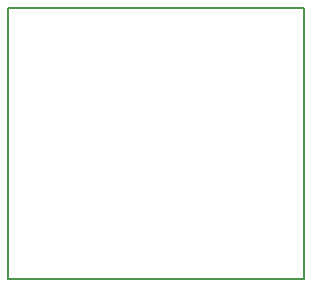
<source format=gbr>
G04 #@! TF.GenerationSoftware,KiCad,Pcbnew,(6.99.0-401-g0aca35bcab)*
G04 #@! TF.CreationDate,2022-01-13T12:34:39+01:00*
G04 #@! TF.ProjectId,TFI2CADT01A,54464932-4341-4445-9430-31412e6b6963,REV*
G04 #@! TF.SameCoordinates,PX78dfd90PY8290510*
G04 #@! TF.FileFunction,Profile,NP*
%FSLAX46Y46*%
G04 Gerber Fmt 4.6, Leading zero omitted, Abs format (unit mm)*
G04 Created by KiCad (PCBNEW (6.99.0-401-g0aca35bcab)) date 2022-01-13 12:34:39*
%MOMM*%
%LPD*%
G01*
G04 APERTURE LIST*
G04 #@! TA.AperFunction,Profile*
%ADD10C,0.150000*%
G04 #@! TD*
G04 APERTURE END LIST*
D10*
X-126746000Y159906000D02*
X-101746000Y159906000D01*
X-101746000Y159906000D02*
X-101746000Y136906000D01*
X-126746000Y159906000D02*
X-126746000Y136906000D01*
X-126746000Y136906000D02*
X-101746000Y136906000D01*
M02*

</source>
